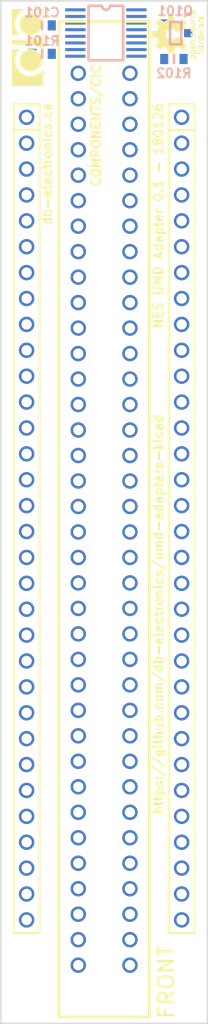
<source format=kicad_pcb>
(kicad_pcb (version 4) (host pcbnew 4.0.7-e2-6376~58~ubuntu16.04.1)

  (general
    (links 0)
    (no_connects 75)
    (area 116.739599 61.951799 137.209601 161.161801)
    (thickness 1.6)
    (drawings 8)
    (tracks 0)
    (zones 0)
    (modules 9)
    (nets 34)
  )

  (page A)
  (title_block
    (title "UMD NES Adapter")
    (date 2018-01-26)
    (rev 0.1)
    (company "db Electronics")
    (comment 1 https://github.com/db-electronics/umd-adapters-kicad)
    (comment 2 "Licensed under CERN OHL v.1.2")
  )

  (layers
    (0 F.Cu signal)
    (31 B.Cu signal)
    (32 B.Adhes user)
    (33 F.Adhes user)
    (34 B.Paste user)
    (35 F.Paste user)
    (36 B.SilkS user)
    (37 F.SilkS user)
    (38 B.Mask user)
    (39 F.Mask user)
    (40 Dwgs.User user)
    (41 Cmts.User user)
    (42 Eco1.User user)
    (43 Eco2.User user)
    (44 Edge.Cuts user)
    (45 Margin user)
    (46 B.CrtYd user)
    (47 F.CrtYd user)
    (48 B.Fab user)
    (49 F.Fab user)
  )

  (setup
    (last_trace_width 0.1778)
    (trace_clearance 0.1778)
    (zone_clearance 0.508)
    (zone_45_only no)
    (trace_min 0.1778)
    (segment_width 0.2)
    (edge_width 0.15)
    (via_size 0.6096)
    (via_drill 0.3048)
    (via_min_size 0.6096)
    (via_min_drill 0.3048)
    (uvia_size 0.3)
    (uvia_drill 0.1)
    (uvias_allowed no)
    (uvia_min_size 0)
    (uvia_min_drill 0)
    (pcb_text_width 0.3)
    (pcb_text_size 1.5 1.5)
    (mod_edge_width 0.15)
    (mod_text_size 0.889 0.889)
    (mod_text_width 0.2032)
    (pad_size 1.524 1.524)
    (pad_drill 0.762)
    (pad_to_mask_clearance 0.2)
    (aux_axis_origin 0 0)
    (grid_origin 119.3546 72.1868)
    (visible_elements FFFFFF7F)
    (pcbplotparams
      (layerselection 0x00030_80000001)
      (usegerberextensions false)
      (excludeedgelayer true)
      (linewidth 0.203200)
      (plotframeref false)
      (viasonmask false)
      (mode 1)
      (useauxorigin false)
      (hpglpennumber 1)
      (hpglpenspeed 20)
      (hpglpendiameter 15)
      (hpglpenoverlay 2)
      (psnegative false)
      (psa4output false)
      (plotreference true)
      (plotvalue true)
      (plotinvisibletext false)
      (padsonsilk false)
      (subtractmaskfromsilk false)
      (outputformat 1)
      (mirror false)
      (drillshape 1)
      (scaleselection 1)
      (outputdirectory ""))
  )

  (net 0 "")
  (net 1 GND)
  (net 2 +5V)
  (net 3 /D3)
  (net 4 /D2)
  (net 5 /D1)
  (net 6 /D0)
  (net 7 /A0)
  (net 8 /A1)
  (net 9 /A2)
  (net 10 /A3)
  (net 11 /A5)
  (net 12 /A6)
  (net 13 /~PWR)
  (net 14 /A4)
  (net 15 /A7)
  (net 16 /A8)
  (net 17 /A9)
  (net 18 /A10)
  (net 19 /A11)
  (net 20 /A12)
  (net 21 /A13)
  (net 22 /A14)
  (net 23 /D7)
  (net 24 /D6)
  (net 25 /D5)
  (net 26 /D4)
  (net 27 /~PCE)
  (net 28 /~ID)
  (net 29 /~RST)
  (net 30 /SCK)
  (net 31 /MISO)
  (net 32 "Net-(Q101-Pad1)")
  (net 33 "Net-(Q101-Pad3)")

  (net_class Default "This is the default net class."
    (clearance 0.1778)
    (trace_width 0.1778)
    (via_dia 0.6096)
    (via_drill 0.3048)
    (uvia_dia 0.3)
    (uvia_drill 0.1)
    (add_net +5V)
    (add_net /A0)
    (add_net /A1)
    (add_net /A10)
    (add_net /A11)
    (add_net /A12)
    (add_net /A13)
    (add_net /A14)
    (add_net /A2)
    (add_net /A3)
    (add_net /A4)
    (add_net /A5)
    (add_net /A6)
    (add_net /A7)
    (add_net /A8)
    (add_net /A9)
    (add_net /D0)
    (add_net /D1)
    (add_net /D2)
    (add_net /D3)
    (add_net /D4)
    (add_net /D5)
    (add_net /D6)
    (add_net /D7)
    (add_net /MISO)
    (add_net /SCK)
    (add_net /~ID)
    (add_net /~PCE)
    (add_net /~PWR)
    (add_net /~RST)
    (add_net GND)
    (add_net "Net-(Q101-Pad1)")
    (add_net "Net-(Q101-Pad3)")
  )

  (net_class Power ""
    (clearance 0.1778)
    (trace_width 0.3048)
    (via_dia 0.6096)
    (via_drill 0.3048)
    (uvia_dia 0.3)
    (uvia_drill 0.1)
  )

  (module db-thparts:UMD-CONN-DIP64 (layer F.Cu) (tedit 5A6B93AD) (tstamp 5A6B9B8C)
    (at 119.3546 72.1868)
    (path /5A6B886F)
    (solder_mask_margin 0.1016)
    (fp_text reference CON102 (at -0.1016 -4.2672 90) (layer F.SilkS) hide
      (effects (font (size 0.889 0.889) (thickness 0.2032)))
    )
    (fp_text value UMD-CONN (at 7.62 -5) (layer F.Fab) hide
      (effects (font (size 1 1) (thickness 0.15)))
    )
    (fp_line (start 13.97 1.27) (end 16.51 1.27) (layer F.SilkS) (width 0.1778))
    (fp_line (start 16.51 -1.27) (end 13.97 -1.27) (layer F.SilkS) (width 0.1778))
    (fp_line (start 16.51 80.01) (end 16.51 -1.27) (layer F.SilkS) (width 0.1778))
    (fp_line (start 13.97 80.01) (end 16.51 80.01) (layer F.SilkS) (width 0.1778))
    (fp_line (start 13.97 -1.27) (end 13.97 80.01) (layer F.SilkS) (width 0.1778))
    (fp_line (start -1.27 1.27) (end 1.27 1.27) (layer F.SilkS) (width 0.1778))
    (fp_line (start 1.27 -1.27) (end 0 -1.27) (layer F.SilkS) (width 0.1778))
    (fp_line (start 1.27 80.01) (end 1.27 -1.27) (layer F.SilkS) (width 0.1778))
    (fp_line (start -1.27 80.01) (end 1.27 80.01) (layer F.SilkS) (width 0.1778))
    (fp_line (start -1.27 -1.27) (end -1.27 80.01) (layer F.SilkS) (width 0.1778))
    (fp_line (start 0 -1.27) (end -1.27 -1.27) (layer F.SilkS) (width 0.1778))
    (pad 1 thru_hole circle (at 0 0) (size 1.524 1.524) (drill 1.016) (layers *.Cu *.Mask))
    (pad 2 thru_hole circle (at 0 2.54) (size 1.524 1.524) (drill 1.016) (layers *.Cu *.Mask))
    (pad 3 thru_hole circle (at 0 5.08) (size 1.524 1.524) (drill 1.016) (layers *.Cu *.Mask))
    (pad 4 thru_hole circle (at 0 7.62) (size 1.524 1.524) (drill 1.016) (layers *.Cu *.Mask))
    (pad 5 thru_hole circle (at 0 10.16) (size 1.524 1.524) (drill 1.016) (layers *.Cu *.Mask))
    (pad 6 thru_hole circle (at 0 12.7) (size 1.524 1.524) (drill 1.016) (layers *.Cu *.Mask))
    (pad 7 thru_hole circle (at 0 15.24) (size 1.524 1.524) (drill 1.016) (layers *.Cu *.Mask))
    (pad 8 thru_hole circle (at 0 17.78) (size 1.524 1.524) (drill 1.016) (layers *.Cu *.Mask))
    (pad 9 thru_hole circle (at 0 20.32) (size 1.524 1.524) (drill 1.016) (layers *.Cu *.Mask)
      (net 27 /~PCE))
    (pad 10 thru_hole circle (at 0 22.86) (size 1.524 1.524) (drill 1.016) (layers *.Cu *.Mask)
      (net 2 +5V))
    (pad 11 thru_hole circle (at 0 25.4) (size 1.524 1.524) (drill 1.016) (layers *.Cu *.Mask))
    (pad 12 thru_hole circle (at 0 27.94) (size 1.524 1.524) (drill 1.016) (layers *.Cu *.Mask))
    (pad 13 thru_hole circle (at 0 30.48) (size 1.524 1.524) (drill 1.016) (layers *.Cu *.Mask))
    (pad 14 thru_hole circle (at 0 33.02) (size 1.524 1.524) (drill 1.016) (layers *.Cu *.Mask)
      (net 22 /A14))
    (pad 15 thru_hole circle (at 0 35.56) (size 1.524 1.524) (drill 1.016) (layers *.Cu *.Mask)
      (net 21 /A13))
    (pad 16 thru_hole circle (at 0 38.1) (size 1.524 1.524) (drill 1.016) (layers *.Cu *.Mask))
    (pad 17 thru_hole circle (at 0 40.64) (size 1.524 1.524) (drill 1.016) (layers *.Cu *.Mask))
    (pad 18 thru_hole circle (at 0 43.18) (size 1.524 1.524) (drill 1.016) (layers *.Cu *.Mask)
      (net 20 /A12))
    (pad 19 thru_hole circle (at 0 45.72) (size 1.524 1.524) (drill 1.016) (layers *.Cu *.Mask)
      (net 15 /A7))
    (pad 20 thru_hole circle (at 0 48.26) (size 1.524 1.524) (drill 1.016) (layers *.Cu *.Mask)
      (net 23 /D7))
    (pad 21 thru_hole circle (at 0 50.8) (size 1.524 1.524) (drill 1.016) (layers *.Cu *.Mask)
      (net 24 /D6))
    (pad 22 thru_hole circle (at 0 53.34) (size 1.524 1.524) (drill 1.016) (layers *.Cu *.Mask)
      (net 12 /A6))
    (pad 23 thru_hole circle (at 0 55.88) (size 1.524 1.524) (drill 1.016) (layers *.Cu *.Mask)
      (net 11 /A5))
    (pad 24 thru_hole circle (at 0 58.42) (size 1.524 1.524) (drill 1.016) (layers *.Cu *.Mask)
      (net 25 /D5))
    (pad 25 thru_hole circle (at 0 60.96) (size 1.524 1.524) (drill 1.016) (layers *.Cu *.Mask)
      (net 26 /D4))
    (pad 26 thru_hole circle (at 0 63.5) (size 1.524 1.524) (drill 1.016) (layers *.Cu *.Mask)
      (net 14 /A4))
    (pad 27 thru_hole circle (at 0 66.04) (size 1.524 1.524) (drill 1.016) (layers *.Cu *.Mask))
    (pad 28 thru_hole circle (at 0 68.58) (size 1.524 1.524) (drill 1.016) (layers *.Cu *.Mask))
    (pad 29 thru_hole circle (at 0 71.12) (size 1.524 1.524) (drill 1.016) (layers *.Cu *.Mask))
    (pad 30 thru_hole circle (at 0 73.66) (size 1.524 1.524) (drill 1.016) (layers *.Cu *.Mask))
    (pad 31 thru_hole circle (at 0 76.2) (size 1.524 1.524) (drill 1.016) (layers *.Cu *.Mask)
      (net 2 +5V))
    (pad 32 thru_hole circle (at 0 78.74) (size 1.524 1.524) (drill 1.016) (layers *.Cu *.Mask)
      (net 1 GND))
    (pad 33 thru_hole circle (at 15.24 78.74) (size 1.524 1.524) (drill 1.016) (layers *.Cu *.Mask)
      (net 1 GND))
    (pad 34 thru_hole circle (at 15.24 76.2) (size 1.524 1.524) (drill 1.016) (layers *.Cu *.Mask)
      (net 2 +5V))
    (pad 35 thru_hole circle (at 15.24 73.66) (size 1.524 1.524) (drill 1.016) (layers *.Cu *.Mask))
    (pad 36 thru_hole circle (at 15.24 71.12) (size 1.524 1.524) (drill 1.016) (layers *.Cu *.Mask))
    (pad 37 thru_hole circle (at 15.24 68.58) (size 1.524 1.524) (drill 1.016) (layers *.Cu *.Mask))
    (pad 38 thru_hole circle (at 15.24 66.04) (size 1.524 1.524) (drill 1.016) (layers *.Cu *.Mask))
    (pad 39 thru_hole circle (at 15.24 63.5) (size 1.524 1.524) (drill 1.016) (layers *.Cu *.Mask)
      (net 10 /A3))
    (pad 40 thru_hole circle (at 15.24 60.96) (size 1.524 1.524) (drill 1.016) (layers *.Cu *.Mask)
      (net 3 /D3))
    (pad 41 thru_hole circle (at 15.24 58.42) (size 1.524 1.524) (drill 1.016) (layers *.Cu *.Mask)
      (net 4 /D2))
    (pad 42 thru_hole circle (at 15.24 55.88) (size 1.524 1.524) (drill 1.016) (layers *.Cu *.Mask)
      (net 9 /A2))
    (pad 43 thru_hole circle (at 15.24 53.34) (size 1.524 1.524) (drill 1.016) (layers *.Cu *.Mask)
      (net 8 /A1))
    (pad 44 thru_hole circle (at 15.24 50.8) (size 1.524 1.524) (drill 1.016) (layers *.Cu *.Mask)
      (net 5 /D1))
    (pad 45 thru_hole circle (at 15.24 48.26) (size 1.524 1.524) (drill 1.016) (layers *.Cu *.Mask)
      (net 6 /D0))
    (pad 46 thru_hole circle (at 15.24 45.72) (size 1.524 1.524) (drill 1.016) (layers *.Cu *.Mask)
      (net 7 /A0))
    (pad 47 thru_hole circle (at 15.24 43.18) (size 1.524 1.524) (drill 1.016) (layers *.Cu *.Mask)
      (net 19 /A11))
    (pad 48 thru_hole circle (at 15.24 40.64) (size 1.524 1.524) (drill 1.016) (layers *.Cu *.Mask))
    (pad 49 thru_hole circle (at 15.24 38.1) (size 1.524 1.524) (drill 1.016) (layers *.Cu *.Mask))
    (pad 50 thru_hole circle (at 15.24 35.56) (size 1.524 1.524) (drill 1.016) (layers *.Cu *.Mask)
      (net 18 /A10))
    (pad 51 thru_hole circle (at 15.24 33.02) (size 1.524 1.524) (drill 1.016) (layers *.Cu *.Mask)
      (net 17 /A9))
    (pad 52 thru_hole circle (at 15.24 30.48) (size 1.524 1.524) (drill 1.016) (layers *.Cu *.Mask))
    (pad 53 thru_hole circle (at 15.24 27.94) (size 1.524 1.524) (drill 1.016) (layers *.Cu *.Mask))
    (pad 54 thru_hole circle (at 15.24 25.4) (size 1.524 1.524) (drill 1.016) (layers *.Cu *.Mask)
      (net 16 /A8))
    (pad 55 thru_hole circle (at 15.24 22.86) (size 1.524 1.524) (drill 1.016) (layers *.Cu *.Mask)
      (net 1 GND))
    (pad 56 thru_hole circle (at 15.24 20.32) (size 1.524 1.524) (drill 1.016) (layers *.Cu *.Mask)
      (net 28 /~ID))
    (pad 57 thru_hole circle (at 15.24 17.78) (size 1.524 1.524) (drill 1.016) (layers *.Cu *.Mask)
      (net 13 /~PWR))
    (pad 58 thru_hole circle (at 15.24 15.24) (size 1.524 1.524) (drill 1.016) (layers *.Cu *.Mask)
      (net 29 /~RST))
    (pad 59 thru_hole circle (at 15.24 12.7) (size 1.524 1.524) (drill 1.016) (layers *.Cu *.Mask))
    (pad 60 thru_hole circle (at 15.24 10.16) (size 1.524 1.524) (drill 1.016) (layers *.Cu *.Mask))
    (pad 61 thru_hole circle (at 15.24 7.62) (size 1.524 1.524) (drill 1.016) (layers *.Cu *.Mask))
    (pad 62 thru_hole circle (at 15.24 5.08) (size 1.524 1.524) (drill 1.016) (layers *.Cu *.Mask)
      (net 30 /SCK))
    (pad 63 thru_hole circle (at 15.24 2.54) (size 1.524 1.524) (drill 1.016) (layers *.Cu *.Mask)
      (net 31 /MISO))
    (pad 64 thru_hole circle (at 15.24 0) (size 1.524 1.524) (drill 1.016) (layers *.Cu *.Mask))
  )

  (module db-smt:0603 (layer B.Cu) (tedit 5AA6C7C1) (tstamp 5ABBEA73)
    (at 120.8786 63.1698)
    (tags 0603)
    (path /5AB1A108)
    (solder_mask_margin 0.1016)
    (attr smd)
    (fp_text reference C101 (at 0 -1.27) (layer B.SilkS)
      (effects (font (size 0.889 0.889) (thickness 0.2032)) (justify mirror))
    )
    (fp_text value 0.1uF/50V (at 0.508 2.54) (layer B.Fab) hide
      (effects (font (size 1 1) (thickness 0.15)) (justify mirror))
    )
    (fp_line (start 0 0.381) (end 0 -0.381) (layer B.SilkS) (width 0.254))
    (pad 1 smd rect (at -0.95 0) (size 0.8 1) (layers B.Cu B.Paste B.Mask)
      (net 1 GND))
    (pad 2 smd rect (at 0.95 0) (size 0.8 1) (layers B.Cu B.Paste B.Mask)
      (net 2 +5V))
    (model Resistors_SMD.3dshapes/R_0603.wrl
      (at (xyz 0 0 0))
      (scale (xyz 1 1 1))
      (rotate (xyz 0 0 0))
    )
  )

  (module db-smt:0603 (layer B.Cu) (tedit 5AA6C7C1) (tstamp 5ABBEA7A)
    (at 120.8786 65.9638)
    (tags 0603)
    (path /5AB24683)
    (solder_mask_margin 0.1016)
    (attr smd)
    (fp_text reference R101 (at 0 -1.27) (layer B.SilkS)
      (effects (font (size 0.889 0.889) (thickness 0.2032)) (justify mirror))
    )
    (fp_text value 10k (at 0.508 2.54) (layer B.Fab) hide
      (effects (font (size 1 1) (thickness 0.15)) (justify mirror))
    )
    (fp_line (start 0 0.381) (end 0 -0.381) (layer B.SilkS) (width 0.254))
    (pad 1 smd rect (at -0.95 0) (size 0.8 1) (layers B.Cu B.Paste B.Mask)
      (net 32 "Net-(Q101-Pad1)"))
    (pad 2 smd rect (at 0.95 0) (size 0.8 1) (layers B.Cu B.Paste B.Mask)
      (net 28 /~ID))
    (model Resistors_SMD.3dshapes/R_0603.wrl
      (at (xyz 0 0 0))
      (scale (xyz 1 1 1))
      (rotate (xyz 0 0 0))
    )
  )

  (module db-smt:0603 (layer B.Cu) (tedit 5AA6C7C1) (tstamp 5ABBEA81)
    (at 133.8326 66.4718 180)
    (tags 0603)
    (path /5AB24953)
    (solder_mask_margin 0.1016)
    (attr smd)
    (fp_text reference R102 (at 0 -1.397 180) (layer B.SilkS)
      (effects (font (size 0.889 0.889) (thickness 0.2032)) (justify mirror))
    )
    (fp_text value 10k (at 0.508 2.54 180) (layer B.Fab) hide
      (effects (font (size 1 1) (thickness 0.15)) (justify mirror))
    )
    (fp_line (start 0 0.381) (end 0 -0.381) (layer B.SilkS) (width 0.254))
    (pad 1 smd rect (at -0.95 0 180) (size 0.8 1) (layers B.Cu B.Paste B.Mask)
      (net 33 "Net-(Q101-Pad3)"))
    (pad 2 smd rect (at 0.95 0 180) (size 0.8 1) (layers B.Cu B.Paste B.Mask)
      (net 2 +5V))
    (model Resistors_SMD.3dshapes/R_0603.wrl
      (at (xyz 0 0 0))
      (scale (xyz 1 1 1))
      (rotate (xyz 0 0 0))
    )
  )

  (module db-smt:TSSOP-16 (layer B.Cu) (tedit 5ABBED3F) (tstamp 5ABBEA9B)
    (at 130.1496 61.6458 180)
    (path /5AB17DEA)
    (solder_mask_margin 0.1)
    (fp_text reference U101 (at 2.667 1.24 180) (layer B.SilkS) hide
      (effects (font (size 0.889 0.889) (thickness 0.2032)) (justify mirror))
    )
    (fp_text value MC74HC589ADTR2G (at 4 2.7 180) (layer B.Fab) hide
      (effects (font (size 0.889 0.889) (thickness 0.1778)) (justify mirror))
    )
    (fp_line (start 2.6 0.4) (end 1.3 0.4) (layer B.SilkS) (width 0.254))
    (fp_line (start 4.7 0.4) (end 3.4 0.4) (layer B.SilkS) (width 0.254))
    (fp_arc (start 3 0.4) (end 3.4 0.4) (angle -180) (layer B.SilkS) (width 0.254))
    (fp_line (start 4.7 -4.95) (end 4.7 0.4) (layer B.SilkS) (width 0.254))
    (fp_line (start 1.3 -4.95) (end 4.7 -4.95) (layer B.SilkS) (width 0.254))
    (fp_line (start 1.3 0.4) (end 1.3 -4.95) (layer B.SilkS) (width 0.254))
    (pad 1 smd rect (at 0 0 180) (size 2 0.3) (layers B.Cu B.Paste B.Mask)
      (net 1 GND))
    (pad 2 smd rect (at 0 -0.65 180) (size 2 0.3) (layers B.Cu B.Paste B.Mask)
      (net 1 GND))
    (pad 3 smd rect (at 0 -1.3 180) (size 2 0.3) (layers B.Cu B.Paste B.Mask)
      (net 1 GND))
    (pad 4 smd rect (at 0 -1.95 180) (size 2 0.3) (layers B.Cu B.Paste B.Mask)
      (net 1 GND))
    (pad 5 smd rect (at 0 -2.6 180) (size 2 0.3) (layers B.Cu B.Paste B.Mask)
      (net 1 GND))
    (pad 6 smd rect (at 0 -3.25 180) (size 2 0.3) (layers B.Cu B.Paste B.Mask)
      (net 1 GND))
    (pad 7 smd rect (at 0 -3.9 180) (size 2 0.3) (layers B.Cu B.Paste B.Mask)
      (net 2 +5V))
    (pad 8 smd rect (at 0 -4.55 180) (size 2 0.3) (layers B.Cu B.Paste B.Mask)
      (net 1 GND))
    (pad 9 smd rect (at 6 -4.55 180) (size 2 0.3) (layers B.Cu B.Paste B.Mask)
      (net 31 /MISO))
    (pad 10 smd rect (at 6 -3.9 180) (size 2 0.3) (layers B.Cu B.Paste B.Mask)
      (net 28 /~ID))
    (pad 11 smd rect (at 6 -3.25 180) (size 2 0.3) (layers B.Cu B.Paste B.Mask)
      (net 30 /SCK))
    (pad 12 smd rect (at 6 -2.6 180) (size 2 0.3) (layers B.Cu B.Paste B.Mask)
      (net 29 /~RST))
    (pad 13 smd rect (at 6 -1.95 180) (size 2 0.3) (layers B.Cu B.Paste B.Mask)
      (net 33 "Net-(Q101-Pad3)"))
    (pad 14 smd rect (at 6 -1.3 180) (size 2 0.3) (layers B.Cu B.Paste B.Mask)
      (net 2 +5V))
    (pad 15 smd rect (at 6 -0.65 180) (size 2 0.3) (layers B.Cu B.Paste B.Mask)
      (net 1 GND))
    (pad 16 smd rect (at 6 0 180) (size 2 0.3) (layers B.Cu B.Paste B.Mask)
      (net 2 +5V))
  )

  (module db-thparts:NES-CONN (layer F.Cu) (tedit 5ABBECB5) (tstamp 5A6B9B3D)
    (at 124.4346 67.8688)
    (path /5A6B7D53)
    (solder_mask_margin 0.1016)
    (fp_text reference CON101 (at -0.2286 -5.8166) (layer F.SilkS) hide
      (effects (font (size 0.889 0.889) (thickness 0.2032)))
    )
    (fp_text value NES-CONN (at 1.524 -7.0612) (layer F.Fab) hide
      (effects (font (size 0.889 0.889) (thickness 0.2032)))
    )
    (fp_text user COMPONENTS/CIC (at 1.7526 5.1308 90) (layer F.SilkS)
      (effects (font (size 0.889 0.889) (thickness 0.2032)))
    )
    (fp_line (start -1.905 92.583) (end 6.985 92.583) (layer F.SilkS) (width 0.254))
    (fp_line (start -1.905 -5.08) (end -1.905 92.583) (layer F.SilkS) (width 0.254))
    (fp_line (start 6.985 -5.08) (end 6.985 92.583) (layer F.SilkS) (width 0.254))
    (fp_line (start -1.905 -5.08) (end 6.985 -5.08) (layer F.SilkS) (width 0.254))
    (pad 36 thru_hole circle (at 0 0) (size 1.524 1.524) (drill 1.016) (layers *.Cu *.Mask)
      (net 2 +5V))
    (pad 35 thru_hole circle (at 0 2.5) (size 1.524 1.524) (drill 1.016) (layers *.Cu *.Mask))
    (pad 34 thru_hole circle (at 0 5) (size 1.524 1.524) (drill 1.016) (layers *.Cu *.Mask))
    (pad 33 thru_hole circle (at 0 7.5) (size 1.524 1.524) (drill 1.016) (layers *.Cu *.Mask)
      (net 3 /D3))
    (pad 32 thru_hole circle (at 0 10) (size 1.524 1.524) (drill 1.016) (layers *.Cu *.Mask)
      (net 4 /D2))
    (pad 31 thru_hole circle (at 0 12.5) (size 1.524 1.524) (drill 1.016) (layers *.Cu *.Mask)
      (net 5 /D1))
    (pad 30 thru_hole circle (at 0 15) (size 1.524 1.524) (drill 1.016) (layers *.Cu *.Mask)
      (net 6 /D0))
    (pad 29 thru_hole circle (at 0 17.5) (size 1.524 1.524) (drill 1.016) (layers *.Cu *.Mask)
      (net 7 /A0))
    (pad 28 thru_hole circle (at 0 20) (size 1.524 1.524) (drill 1.016) (layers *.Cu *.Mask)
      (net 8 /A1))
    (pad 27 thru_hole circle (at 0 22.5) (size 1.524 1.524) (drill 1.016) (layers *.Cu *.Mask)
      (net 9 /A2))
    (pad 26 thru_hole circle (at 0 25) (size 1.524 1.524) (drill 1.016) (layers *.Cu *.Mask)
      (net 10 /A3))
    (pad 25 thru_hole circle (at 0 27.5) (size 1.524 1.524) (drill 1.016) (layers *.Cu *.Mask)
      (net 14 /A4))
    (pad 24 thru_hole circle (at 0 30) (size 1.524 1.524) (drill 1.016) (layers *.Cu *.Mask)
      (net 11 /A5))
    (pad 23 thru_hole circle (at 0 32.5) (size 1.524 1.524) (drill 1.016) (layers *.Cu *.Mask)
      (net 12 /A6))
    (pad 22 thru_hole circle (at 0 35) (size 1.524 1.524) (drill 1.016) (layers *.Cu *.Mask))
    (pad 21 thru_hole circle (at 0 37.5) (size 1.524 1.524) (drill 1.016) (layers *.Cu *.Mask))
    (pad 20 thru_hole circle (at 0 40) (size 1.524 1.524) (drill 1.016) (layers *.Cu *.Mask))
    (pad 19 thru_hole circle (at 0 42.5) (size 1.524 1.524) (drill 1.016) (layers *.Cu *.Mask))
    (pad 18 thru_hole circle (at 0 45) (size 1.524 1.524) (drill 1.016) (layers *.Cu *.Mask))
    (pad 17 thru_hole circle (at 0 47.5) (size 1.524 1.524) (drill 1.016) (layers *.Cu *.Mask))
    (pad 16 thru_hole circle (at 0 50) (size 1.524 1.524) (drill 1.016) (layers *.Cu *.Mask))
    (pad 15 thru_hole circle (at 0 52.5) (size 1.524 1.524) (drill 1.016) (layers *.Cu *.Mask))
    (pad 14 thru_hole circle (at 0 55) (size 1.524 1.524) (drill 1.016) (layers *.Cu *.Mask)
      (net 13 /~PWR))
    (pad 13 thru_hole circle (at 0 57.5) (size 1.524 1.524) (drill 1.016) (layers *.Cu *.Mask)
      (net 7 /A0))
    (pad 12 thru_hole circle (at 0 60) (size 1.524 1.524) (drill 1.016) (layers *.Cu *.Mask)
      (net 8 /A1))
    (pad 11 thru_hole circle (at 0 62.5) (size 1.524 1.524) (drill 1.016) (layers *.Cu *.Mask)
      (net 9 /A2))
    (pad 10 thru_hole circle (at 0 65) (size 1.524 1.524) (drill 1.016) (layers *.Cu *.Mask)
      (net 10 /A3))
    (pad 9 thru_hole circle (at 0 67.5) (size 1.524 1.524) (drill 1.016) (layers *.Cu *.Mask)
      (net 14 /A4))
    (pad 8 thru_hole circle (at 0 70) (size 1.524 1.524) (drill 1.016) (layers *.Cu *.Mask)
      (net 11 /A5))
    (pad 7 thru_hole circle (at 0 72.5) (size 1.524 1.524) (drill 1.016) (layers *.Cu *.Mask)
      (net 12 /A6))
    (pad 6 thru_hole circle (at 0 75) (size 1.524 1.524) (drill 1.016) (layers *.Cu *.Mask)
      (net 15 /A7))
    (pad 5 thru_hole circle (at 0 77.5) (size 1.524 1.524) (drill 1.016) (layers *.Cu *.Mask)
      (net 16 /A8))
    (pad 4 thru_hole circle (at 0 80) (size 1.524 1.524) (drill 1.016) (layers *.Cu *.Mask)
      (net 17 /A9))
    (pad 3 thru_hole circle (at 0 82.5) (size 1.524 1.524) (drill 1.016) (layers *.Cu *.Mask)
      (net 18 /A10))
    (pad 2 thru_hole circle (at 0 85) (size 1.524 1.524) (drill 1.016) (layers *.Cu *.Mask)
      (net 19 /A11))
    (pad 1 thru_hole circle (at 0 87.5) (size 1.524 1.524) (drill 1.016) (layers *.Cu *.Mask)
      (net 1 GND))
    (pad 37 thru_hole circle (at 5.08 87.5) (size 1.524 1.524) (drill 1.016) (layers *.Cu *.Mask))
    (pad 38 thru_hole circle (at 5.08 85) (size 1.524 1.524) (drill 1.016) (layers *.Cu *.Mask))
    (pad 39 thru_hole circle (at 5.08 82.5) (size 1.524 1.524) (drill 1.016) (layers *.Cu *.Mask)
      (net 20 /A12))
    (pad 40 thru_hole circle (at 5.08 80) (size 1.524 1.524) (drill 1.016) (layers *.Cu *.Mask)
      (net 21 /A13))
    (pad 41 thru_hole circle (at 5.08 77.5) (size 1.524 1.524) (drill 1.016) (layers *.Cu *.Mask)
      (net 22 /A14))
    (pad 42 thru_hole circle (at 5.08 75) (size 1.524 1.524) (drill 1.016) (layers *.Cu *.Mask)
      (net 23 /D7))
    (pad 43 thru_hole circle (at 5.08 72.5) (size 1.524 1.524) (drill 1.016) (layers *.Cu *.Mask)
      (net 24 /D6))
    (pad 44 thru_hole circle (at 5.08 70) (size 1.524 1.524) (drill 1.016) (layers *.Cu *.Mask)
      (net 25 /D5))
    (pad 45 thru_hole circle (at 5.08 67.5) (size 1.524 1.524) (drill 1.016) (layers *.Cu *.Mask)
      (net 26 /D4))
    (pad 46 thru_hole circle (at 5.08 65) (size 1.524 1.524) (drill 1.016) (layers *.Cu *.Mask)
      (net 3 /D3))
    (pad 47 thru_hole circle (at 5.08 62.5) (size 1.524 1.524) (drill 1.016) (layers *.Cu *.Mask)
      (net 4 /D2))
    (pad 48 thru_hole circle (at 5.08 60) (size 1.524 1.524) (drill 1.016) (layers *.Cu *.Mask)
      (net 5 /D1))
    (pad 49 thru_hole circle (at 5.08 57.5) (size 1.524 1.524) (drill 1.016) (layers *.Cu *.Mask)
      (net 6 /D0))
    (pad 50 thru_hole circle (at 5.08 55) (size 1.524 1.524) (drill 1.016) (layers *.Cu *.Mask)
      (net 27 /~PCE))
    (pad 51 thru_hole circle (at 5.08 52.5) (size 1.524 1.524) (drill 1.016) (layers *.Cu *.Mask))
    (pad 52 thru_hole circle (at 5.08 50) (size 1.524 1.524) (drill 1.016) (layers *.Cu *.Mask))
    (pad 53 thru_hole circle (at 5.08 47.5) (size 1.524 1.524) (drill 1.016) (layers *.Cu *.Mask))
    (pad 54 thru_hole circle (at 5.08 45) (size 1.524 1.524) (drill 1.016) (layers *.Cu *.Mask))
    (pad 55 thru_hole circle (at 5.08 42.5) (size 1.524 1.524) (drill 1.016) (layers *.Cu *.Mask))
    (pad 56 thru_hole circle (at 5.08 40) (size 1.524 1.524) (drill 1.016) (layers *.Cu *.Mask))
    (pad 57 thru_hole circle (at 5.08 37.5) (size 1.524 1.524) (drill 1.016) (layers *.Cu *.Mask))
    (pad 58 thru_hole circle (at 5.08 35) (size 1.524 1.524) (drill 1.016) (layers *.Cu *.Mask))
    (pad 59 thru_hole circle (at 5.08 32.5) (size 1.524 1.524) (drill 1.016) (layers *.Cu *.Mask)
      (net 15 /A7))
    (pad 60 thru_hole circle (at 5.08 30) (size 1.524 1.524) (drill 1.016) (layers *.Cu *.Mask)
      (net 16 /A8))
    (pad 61 thru_hole circle (at 5.08 27.5) (size 1.524 1.524) (drill 1.016) (layers *.Cu *.Mask)
      (net 17 /A9))
    (pad 62 thru_hole circle (at 5.08 25) (size 1.524 1.524) (drill 1.016) (layers *.Cu *.Mask)
      (net 19 /A11))
    (pad 63 thru_hole circle (at 5.08 22.5) (size 1.524 1.524) (drill 1.016) (layers *.Cu *.Mask)
      (net 18 /A10))
    (pad 64 thru_hole circle (at 5.08 20) (size 1.524 1.524) (drill 1.016) (layers *.Cu *.Mask)
      (net 20 /A12))
    (pad 65 thru_hole circle (at 5.08 17.5) (size 1.524 1.524) (drill 1.016) (layers *.Cu *.Mask))
    (pad 66 thru_hole circle (at 5.08 15) (size 1.524 1.524) (drill 1.016) (layers *.Cu *.Mask)
      (net 23 /D7))
    (pad 67 thru_hole circle (at 5.08 12.5) (size 1.524 1.524) (drill 1.016) (layers *.Cu *.Mask)
      (net 24 /D6))
    (pad 68 thru_hole circle (at 5.08 10) (size 1.524 1.524) (drill 1.016) (layers *.Cu *.Mask)
      (net 25 /D5))
    (pad 69 thru_hole circle (at 5.08 7.5) (size 1.524 1.524) (drill 1.016) (layers *.Cu *.Mask)
      (net 26 /D4))
    (pad 70 thru_hole circle (at 5.08 5) (size 1.524 1.524) (drill 1.016) (layers *.Cu *.Mask))
    (pad 71 thru_hole circle (at 5.08 2.5) (size 1.524 1.524) (drill 1.016) (layers *.Cu *.Mask))
    (pad 72 thru_hole circle (at 5.08 0) (size 1.524 1.524) (drill 1.016) (layers *.Cu *.Mask)
      (net 1 GND))
  )

  (module db-smt:SOT23 (layer B.Cu) (tedit 5A6BE25D) (tstamp 5ABBF096)
    (at 134.0136 63.9318 90)
    (descr SOT23)
    (path /5ABBF00A)
    (solder_mask_margin 0.1016)
    (attr smd)
    (fp_text reference Q101 (at 2.159 -0.054 180) (layer B.SilkS)
      (effects (font (size 0.889 0.889) (thickness 0.2032)) (justify mirror))
    )
    (fp_text value SMMBT3904LT1G (at 1.27 -2.54 90) (layer B.Fab) hide
      (effects (font (size 1 1) (thickness 0.15)) (justify mirror))
    )
    (fp_line (start -1.1 0.55) (end -1.1 -0.55) (layer B.SilkS) (width 0.254))
    (fp_line (start -1.1 -0.55) (end 1.1 -0.55) (layer B.SilkS) (width 0.254))
    (fp_line (start 1.1 -0.55) (end 1.1 0.55) (layer B.SilkS) (width 0.254))
    (fp_line (start 1.1 0.55) (end -1.05 0.55) (layer B.SilkS) (width 0.254))
    (fp_line (start -1.05 0.55) (end -1.1 0.55) (layer B.SilkS) (width 0.15))
    (pad 1 smd rect (at -0.95 -1.216 90) (size 0.8 0.8) (layers B.Cu B.Paste B.Mask)
      (net 32 "Net-(Q101-Pad1)"))
    (pad 2 smd rect (at 0.95 -1.216 90) (size 0.8 0.8) (layers B.Cu B.Paste B.Mask)
      (net 1 GND))
    (pad 3 smd rect (at 0 1.216 90) (size 0.8 0.8) (layers B.Cu B.Paste B.Mask)
      (net 33 "Net-(Q101-Pad3)"))
    (model Transistors_SMD.3dshapes/sc70.wrl
      (at (xyz 0 0 0))
      (scale (xyz 1 1 1))
      (rotate (xyz 0 0 0))
    )
  )

  (module db-artwork:db-logo_7.5mm (layer F.Cu) (tedit 0) (tstamp 5ABBFDF2)
    (at 119.4816 65.3288 90)
    (fp_text reference G*** (at 0 0 90) (layer F.SilkS) hide
      (effects (font (thickness 0.3)))
    )
    (fp_text value LOGO (at 0.75 0 90) (layer F.SilkS) hide
      (effects (font (thickness 0.3)))
    )
    (fp_poly (pts (xy -1.986796 -1.564919) (xy -0.176508 -1.562746) (xy -0.174265 -1.186051) (xy -0.173907 -1.107381)
      (xy -0.173788 -1.03428) (xy -0.173895 -0.968491) (xy -0.174215 -0.911756) (xy -0.174736 -0.865819)
      (xy -0.175445 -0.832421) (xy -0.176328 -0.813307) (xy -0.177028 -0.809356) (xy -0.185216 -0.814732)
      (xy -0.203022 -0.829151) (xy -0.227343 -0.85005) (xy -0.24158 -0.862669) (xy -0.352584 -0.951996)
      (xy -0.475603 -1.032899) (xy -0.606747 -1.103299) (xy -0.742125 -1.161115) (xy -0.877849 -1.204268)
      (xy -0.882823 -1.205555) (xy -0.990833 -1.228202) (xy -1.10705 -1.243532) (xy -1.226221 -1.251272)
      (xy -1.343089 -1.251153) (xy -1.452401 -1.242903) (xy -1.493864 -1.237099) (xy -1.65457 -1.202771)
      (xy -1.808228 -1.15337) (xy -1.954018 -1.089643) (xy -2.091116 -1.012333) (xy -2.218701 -0.922187)
      (xy -2.335951 -0.81995) (xy -2.442044 -0.706368) (xy -2.536157 -0.582185) (xy -2.61747 -0.448147)
      (xy -2.685159 -0.305) (xy -2.738403 -0.153489) (xy -2.754695 -0.093804) (xy -2.772386 -0.01705)
      (xy -2.784965 0.054519) (xy -2.792918 0.125906) (xy -2.796734 0.202111) (xy -2.796902 0.288136)
      (xy -2.795977 0.329263) (xy -2.788278 0.45976) (xy -2.772206 0.579069) (xy -2.746659 0.691611)
      (xy -2.710534 0.801809) (xy -2.662729 0.914085) (xy -2.637043 0.9666) (xy -2.560425 1.102283)
      (xy -2.473934 1.22547) (xy -2.375576 1.338595) (xy -2.263359 1.444092) (xy -2.210097 1.487916)
      (xy -2.142804 1.54122) (xy -3.797084 1.54122) (xy -3.797084 -1.567091) (xy -1.986796 -1.564919)) (layer F.SilkS) (width 0.01))
    (fp_poly (pts (xy 0.740475 -0.616678) (xy 0.7405 -0.459865) (xy 0.740597 -0.319208) (xy 0.740797 -0.193639)
      (xy 0.741131 -0.082094) (xy 0.74163 0.016493) (xy 0.742326 0.103187) (xy 0.74325 0.179054)
      (xy 0.744434 0.245159) (xy 0.745909 0.302569) (xy 0.747705 0.352348) (xy 0.749855 0.395562)
      (xy 0.75239 0.433277) (xy 0.75534 0.466558) (xy 0.758738 0.496471) (xy 0.762615 0.524081)
      (xy 0.767001 0.550454) (xy 0.771929 0.576655) (xy 0.776162 0.597626) (xy 0.808071 0.720723)
      (xy 0.852772 0.846031) (xy 0.908262 0.969321) (xy 0.972537 1.086363) (xy 1.043594 1.192926)
      (xy 1.080616 1.240442) (xy 1.116159 1.281047) (xy 1.160259 1.327628) (xy 1.208455 1.375771)
      (xy 1.256285 1.421063) (xy 1.29929 1.459091) (xy 1.313051 1.47041) (xy 1.341611 1.4934)
      (xy 1.366071 1.513323) (xy 1.382514 1.52698) (xy 1.38593 1.529937) (xy 1.385551 1.53179)
      (xy 1.379458 1.533437) (xy 1.366783 1.53489) (xy 1.346657 1.53616) (xy 1.318214 1.537257)
      (xy 1.280584 1.538193) (xy 1.232901 1.53898) (xy 1.174296 1.539627) (xy 1.103902 1.540147)
      (xy 1.020851 1.54055) (xy 0.924275 1.540847) (xy 0.813306 1.541051) (xy 0.687076 1.54117)
      (xy 0.544718 1.541218) (xy 0.505252 1.54122) (xy -0.388034 1.54122) (xy -0.30236 1.472307)
      (xy -0.182755 1.365154) (xy -0.075264 1.246242) (xy 0.019268 1.11683) (xy 0.099995 0.978182)
      (xy 0.166073 0.831558) (xy 0.206973 0.712218) (xy 0.214978 0.685563) (xy 0.222158 0.661645)
      (xy 0.228563 0.639433) (xy 0.23424 0.6179) (xy 0.239239 0.596016) (xy 0.243608 0.572753)
      (xy 0.247397 0.547081) (xy 0.250655 0.517972) (xy 0.25343 0.484396) (xy 0.255772 0.445326)
      (xy 0.257728 0.399731) (xy 0.259349 0.346584) (xy 0.260682 0.284854) (xy 0.261777 0.213514)
      (xy 0.262683 0.131535) (xy 0.263449 0.037887) (xy 0.264123 -0.068458) (xy 0.264754 -0.18853)
      (xy 0.265392 -0.323356) (xy 0.266084 -0.473967) (xy 0.266384 -0.538136) (xy 0.271221 -1.562746)
      (xy 0.740475 -1.567328) (xy 0.740475 -0.616678)) (layer F.SilkS) (width 0.01))
    (fp_poly (pts (xy 3.757476 0.723184) (xy 3.75868 0.747021) (xy 3.759771 0.784754) (xy 3.760725 0.83472)
      (xy 3.761516 0.895257) (xy 3.762116 0.964701) (xy 3.762501 1.041391) (xy 3.762644 1.123665)
      (xy 3.762644 1.54122) (xy 3.461288 1.54122) (xy 3.391189 1.54114) (xy 3.326865 1.540912)
      (xy 3.270265 1.540556) (xy 3.223337 1.54009) (xy 3.188029 1.539532) (xy 3.166291 1.538903)
      (xy 3.159932 1.538308) (xy 3.166291 1.532168) (xy 3.183456 1.517898) (xy 3.208563 1.497837)
      (xy 3.229703 1.481314) (xy 3.334247 1.391147) (xy 3.432199 1.288664) (xy 3.521537 1.176688)
      (xy 3.600238 1.058041) (xy 3.666277 0.935547) (xy 3.717631 0.812028) (xy 3.725048 0.790243)
      (xy 3.736507 0.757352) (xy 3.746667 0.731724) (xy 3.754013 0.717018) (xy 3.756187 0.714904)
      (xy 3.757476 0.723184)) (layer F.SilkS) (width 0.01))
    (fp_poly (pts (xy -1.147395 -0.803944) (xy -1.020205 -0.782443) (xy -0.897654 -0.746492) (xy -0.780832 -0.696782)
      (xy -0.670831 -0.634005) (xy -0.56874 -0.558852) (xy -0.475652 -0.472016) (xy -0.392656 -0.374189)
      (xy -0.320845 -0.266062) (xy -0.261308 -0.148327) (xy -0.215136 -0.021676) (xy -0.188455 0.086102)
      (xy -0.182362 0.13053) (xy -0.178566 0.187235) (xy -0.177015 0.251434) (xy -0.177657 0.318343)
      (xy -0.180439 0.38318) (xy -0.185309 0.441163) (xy -0.192214 0.487508) (xy -0.192898 0.49078)
      (xy -0.230777 0.62666) (xy -0.284347 0.756275) (xy -0.352935 0.878037) (xy -0.36443 0.895457)
      (xy -0.399661 0.942287) (xy -0.445164 0.994664) (xy -0.496947 1.048609) (xy -0.551017 1.100139)
      (xy -0.603383 1.145274) (xy -0.649266 1.179508) (xy -0.766511 1.247912) (xy -0.890454 1.301484)
      (xy -1.019236 1.339805) (xy -1.150999 1.362455) (xy -1.283886 1.369016) (xy -1.416038 1.359067)
      (xy -1.433593 1.356457) (xy -1.527842 1.337717) (xy -1.616207 1.311364) (xy -1.705811 1.27512)
      (xy -1.743559 1.257361) (xy -1.861062 1.191109) (xy -1.966944 1.113195) (xy -2.06088 1.024901)
      (xy -2.142546 0.92751) (xy -2.211615 0.822307) (xy -2.267763 0.710574) (xy -2.310665 0.593594)
      (xy -2.339995 0.472652) (xy -2.355429 0.34903) (xy -2.356642 0.224011) (xy -2.343307 0.098879)
      (xy -2.315102 -0.025082) (xy -2.271699 -0.14659) (xy -2.212774 -0.264362) (xy -2.15259 -0.357322)
      (xy -2.071526 -0.456049) (xy -1.977971 -0.545643) (xy -1.874347 -0.624438) (xy -1.763075 -0.690769)
      (xy -1.646575 -0.74297) (xy -1.545889 -0.774822) (xy -1.411328 -0.800825) (xy -1.278133 -0.810302)
      (xy -1.147395 -0.803944)) (layer F.SilkS) (width 0.01))
    (fp_poly (pts (xy 2.33831 -0.804099) (xy 2.385779 -0.803057) (xy 2.423564 -0.800999) (xy 2.455428 -0.797611)
      (xy 2.485139 -0.792582) (xy 2.516461 -0.785597) (xy 2.52278 -0.784054) (xy 2.606119 -0.761042)
      (xy 2.680428 -0.734613) (xy 2.753896 -0.701673) (xy 2.791455 -0.682542) (xy 2.90587 -0.612843)
      (xy 3.009759 -0.530206) (xy 3.102247 -0.435955) (xy 3.182458 -0.331417) (xy 3.249516 -0.217916)
      (xy 3.302545 -0.096777) (xy 3.340668 0.030675) (xy 3.363011 0.163115) (xy 3.365099 0.185118)
      (xy 3.368258 0.320962) (xy 3.355016 0.454169) (xy 3.326002 0.583426) (xy 3.281845 0.70742)
      (xy 3.223172 0.824839) (xy 3.150614 0.934368) (xy 3.064798 1.034696) (xy 2.966353 1.124508)
      (xy 2.887925 1.181978) (xy 2.779906 1.246609) (xy 2.670798 1.2966) (xy 2.555594 1.33408)
      (xy 2.496949 1.34819) (xy 2.466507 1.353062) (xy 2.424391 1.357498) (xy 2.374767 1.3613)
      (xy 2.321796 1.364271) (xy 2.269642 1.366212) (xy 2.222469 1.366927) (xy 2.184439 1.366217)
      (xy 2.161153 1.364143) (xy 2.141777 1.36095) (xy 2.111964 1.356122) (xy 2.079356 1.350894)
      (xy 1.970166 1.325786) (xy 1.859608 1.285879) (xy 1.751068 1.232923) (xy 1.647934 1.168669)
      (xy 1.553592 1.09487) (xy 1.514948 1.059051) (xy 1.423124 0.957671) (xy 1.345994 0.847684)
      (xy 1.283241 0.728526) (xy 1.234549 0.599636) (xy 1.21385 0.52522) (xy 1.2036 0.471039)
      (xy 1.19591 0.405212) (xy 1.191017 0.33316) (xy 1.189164 0.260301) (xy 1.190588 0.192053)
      (xy 1.195531 0.133836) (xy 1.196277 0.128432) (xy 1.22421 -0.007295) (xy 1.267609 -0.135709)
      (xy 1.326232 -0.256317) (xy 1.39984 -0.36863) (xy 1.488194 -0.472158) (xy 1.491585 -0.475651)
      (xy 1.590058 -0.566497) (xy 1.694215 -0.642198) (xy 1.806183 -0.703977) (xy 1.928086 -0.753058)
      (xy 2.021437 -0.780767) (xy 2.05554 -0.789271) (xy 2.084829 -0.795478) (xy 2.113116 -0.799743)
      (xy 2.144211 -0.802416) (xy 2.181926 -0.80385) (xy 2.230072 -0.804398) (xy 2.27739 -0.804436)
      (xy 2.33831 -0.804099)) (layer F.SilkS) (width 0.01))
    (fp_poly (pts (xy 3.762644 -0.861017) (xy 3.76259 -0.75242) (xy 3.762432 -0.648923) (xy 3.762179 -0.551799)
      (xy 3.76184 -0.46232) (xy 3.761421 -0.38176) (xy 3.760933 -0.311391) (xy 3.760382 -0.252488)
      (xy 3.759777 -0.206321) (xy 3.759127 -0.174166) (xy 3.75844 -0.157294) (xy 3.758069 -0.154983)
      (xy 3.751478 -0.161684) (xy 3.74971 -0.165746) (xy 3.729331 -0.223164) (xy 3.712993 -0.267768)
      (xy 3.699328 -0.303094) (xy 3.686967 -0.332677) (xy 3.674541 -0.360051) (xy 3.674284 -0.360597)
      (xy 3.600053 -0.499959) (xy 3.513126 -0.630689) (xy 3.415096 -0.750687) (xy 3.307559 -0.857854)
      (xy 3.27617 -0.8851) (xy 3.14623 -0.984204) (xy 3.010591 -1.067462) (xy 2.868441 -1.135205)
      (xy 2.718971 -1.187765) (xy 2.561371 -1.225474) (xy 2.394833 -1.248665) (xy 2.388262 -1.24927)
      (xy 2.245841 -1.253965) (xy 2.099867 -1.243272) (xy 1.952947 -1.21788) (xy 1.80769 -1.178481)
      (xy 1.666705 -1.125765) (xy 1.5326 -1.060423) (xy 1.423418 -0.993749) (xy 1.384032 -0.966022)
      (xy 1.341373 -0.93422) (xy 1.299335 -0.901413) (xy 1.26181 -0.870674) (xy 1.232692 -0.845076)
      (xy 1.222644 -0.835311) (xy 1.214471 -0.826791) (xy 1.207703 -0.820488) (xy 1.202207 -0.817753)
      (xy 1.197852 -0.819936) (xy 1.194506 -0.828389) (xy 1.192035 -0.844463) (xy 1.190308 -0.869508)
      (xy 1.189193 -0.904874) (xy 1.188557 -0.951915) (xy 1.188268 -1.011979) (xy 1.188195 -1.086417)
      (xy 1.188203 -1.176582) (xy 1.188204 -1.187149) (xy 1.188204 -1.567051) (xy 3.762644 -1.567051)
      (xy 3.762644 -0.861017)) (layer F.SilkS) (width 0.01))
  )

  (module db-artwork:oshw-logo_5mm (layer F.Cu) (tedit 0) (tstamp 5ABC02F1)
    (at 134.2136 64.0588 90)
    (fp_text reference G*** (at 0 0 90) (layer F.SilkS) hide
      (effects (font (thickness 0.3)))
    )
    (fp_text value LOGO (at 0.75 0 90) (layer F.SilkS) hide
      (effects (font (thickness 0.3)))
    )
    (fp_poly (pts (xy -1.648813 1.254565) (xy -1.573372 1.289866) (xy -1.531909 1.360091) (xy -1.516601 1.473643)
      (xy -1.515937 1.514452) (xy -1.519939 1.61309) (xy -1.535865 1.674576) (xy -1.569598 1.717877)
      (xy -1.582414 1.728825) (xy -1.669289 1.769126) (xy -1.727557 1.766922) (xy -1.772671 1.760329)
      (xy -1.796063 1.772242) (xy -1.804869 1.815185) (xy -1.806223 1.901681) (xy -1.806223 1.905)
      (xy -1.80498 1.992961) (xy -1.796494 2.037001) (xy -1.77363 2.049645) (xy -1.729254 2.043417)
      (xy -1.727557 2.043077) (xy -1.635508 2.049731) (xy -1.581383 2.082009) (xy -1.545935 2.117081)
      (xy -1.525282 2.161056) (xy -1.515324 2.229479) (xy -1.511958 2.337894) (xy -1.511882 2.345392)
      (xy -1.512124 2.452745) (xy -1.51769 2.516115) (xy -1.532019 2.547933) (xy -1.558548 2.560628)
      (xy -1.572059 2.562955) (xy -1.605087 2.563511) (xy -1.624631 2.5456) (xy -1.635214 2.497465)
      (xy -1.641357 2.407351) (xy -1.642615 2.37951) (xy -1.648289 2.277949) (xy -1.657578 2.220375)
      (xy -1.675589 2.194348) (xy -1.707428 2.187431) (xy -1.721556 2.187222) (xy -1.759107 2.190658)
      (xy -1.781054 2.209296) (xy -1.792571 2.255632) (xy -1.798833 2.342159) (xy -1.800457 2.377722)
      (xy -1.806911 2.479964) (xy -1.81763 2.537774) (xy -1.836527 2.563162) (xy -1.862548 2.568222)
      (xy -1.893782 2.559997) (xy -1.911847 2.526827) (xy -1.921629 2.455966) (xy -1.924759 2.405944)
      (xy -1.927109 2.323) (xy -1.928216 2.19697) (xy -1.928075 2.041195) (xy -1.926683 1.86902)
      (xy -1.924958 1.745626) (xy -1.920494 1.47658) (xy -1.800988 1.47658) (xy -1.795739 1.567532)
      (xy -1.768428 1.635572) (xy -1.72571 1.664908) (xy -1.721556 1.665111) (xy -1.687596 1.645997)
      (xy -1.666746 1.624747) (xy -1.646915 1.571421) (xy -1.641211 1.492069) (xy -1.642124 1.47658)
      (xy -1.652953 1.405533) (xy -1.677377 1.374933) (xy -1.721556 1.368777) (xy -1.768682 1.376385)
      (xy -1.791465 1.409852) (xy -1.800988 1.47658) (xy -1.920494 1.47658) (xy -1.916693 1.247586)
      (xy -1.766054 1.245787) (xy -1.648813 1.254565)) (layer F.SilkS) (width 0.01))
    (fp_poly (pts (xy -1.173143 2.044178) (xy -1.106947 2.075933) (xy -1.074958 2.104456) (xy -1.056081 2.143894)
      (xy -1.046971 2.208383) (xy -1.044284 2.312062) (xy -1.044223 2.341125) (xy -1.044223 2.562384)
      (xy -1.200497 2.564251) (xy -1.306385 2.559442) (xy -1.374885 2.538874) (xy -1.412164 2.510725)
      (xy -1.4594 2.445852) (xy -1.45868 2.405944) (xy -1.321217 2.405944) (xy -1.315042 2.441472)
      (xy -1.269802 2.454605) (xy -1.243848 2.455333) (xy -1.181249 2.447158) (xy -1.158473 2.415858)
      (xy -1.157111 2.397014) (xy -1.168235 2.355337) (xy -1.212048 2.345698) (xy -1.234481 2.347625)
      (xy -1.298824 2.371718) (xy -1.321217 2.405944) (xy -1.45868 2.405944) (xy -1.458254 2.382361)
      (xy -1.423622 2.320501) (xy -1.373091 2.275251) (xy -1.295041 2.258478) (xy -1.266331 2.257777)
      (xy -1.193356 2.253397) (xy -1.163706 2.236212) (xy -1.162785 2.208388) (xy -1.188198 2.172724)
      (xy -1.253071 2.15944) (xy -1.275071 2.159) (xy -1.363813 2.150552) (xy -1.403792 2.126958)
      (xy -1.392132 2.090844) (xy -1.370395 2.072025) (xy -1.277169 2.035882) (xy -1.173143 2.044178)) (layer F.SilkS) (width 0.01))
    (fp_poly (pts (xy -0.829053 2.045246) (xy -0.818445 2.063677) (xy -0.805047 2.078803) (xy -0.776478 2.060526)
      (xy -0.727386 2.042775) (xy -0.664348 2.043878) (xy -0.611522 2.060548) (xy -0.592667 2.085526)
      (xy -0.617885 2.129542) (xy -0.681671 2.164869) (xy -0.733778 2.177462) (xy -0.77145 2.18666)
      (xy -0.793502 2.209969) (xy -0.805121 2.260551) (xy -0.811493 2.351572) (xy -0.812679 2.377722)
      (xy -0.819044 2.479749) (xy -0.829593 2.537434) (xy -0.848361 2.562881) (xy -0.876179 2.568222)
      (xy -0.901835 2.563875) (xy -0.91803 2.543873) (xy -0.926912 2.497772) (xy -0.930629 2.415132)
      (xy -0.931334 2.300111) (xy -0.930481 2.175498) (xy -0.926455 2.096852) (xy -0.91705 2.053701)
      (xy -0.900062 2.035576) (xy -0.874889 2.032) (xy -0.829053 2.045246)) (layer F.SilkS) (width 0.01))
    (fp_poly (pts (xy -0.202629 1.837584) (xy -0.186852 1.853032) (xy -0.177041 1.889832) (xy -0.17179 1.957027)
      (xy -0.16969 2.063661) (xy -0.169334 2.197337) (xy -0.169334 2.56023) (xy -0.338189 2.562624)
      (xy -0.437841 2.560777) (xy -0.498229 2.548567) (xy -0.536249 2.521308) (xy -0.549855 2.503896)
      (xy -0.582391 2.422528) (xy -0.594108 2.316531) (xy -0.59365 2.310593) (xy -0.479778 2.310593)
      (xy -0.463597 2.393013) (xy -0.423584 2.441831) (xy -0.372536 2.451423) (xy -0.323249 2.416163)
      (xy -0.306258 2.386858) (xy -0.288619 2.306139) (xy -0.300169 2.227047) (xy -0.336355 2.17196)
      (xy -0.351718 2.163312) (xy -0.406039 2.168229) (xy -0.452554 2.21425) (xy -0.478144 2.286282)
      (xy -0.479778 2.310593) (xy -0.59365 2.310593) (xy -0.585734 2.208082) (xy -0.557996 2.11936)
      (xy -0.536223 2.088444) (xy -0.460969 2.038791) (xy -0.379899 2.042226) (xy -0.336812 2.061215)
      (xy -0.303471 2.074007) (xy -0.287444 2.057689) (xy -0.282496 2.000982) (xy -0.282223 1.962437)
      (xy -0.278589 1.882693) (xy -0.263475 1.844828) (xy -0.230561 1.834512) (xy -0.225778 1.834444)
      (xy -0.202629 1.837584)) (layer F.SilkS) (width 0.01))
    (fp_poly (pts (xy 0.582202 2.038572) (xy 0.592666 2.047604) (xy 0.585071 2.079759) (xy 0.564688 2.153144)
      (xy 0.535121 2.254979) (xy 0.516704 2.31697) (xy 0.479187 2.436942) (xy 0.450486 2.511658)
      (xy 0.42549 2.550559) (xy 0.399086 2.563087) (xy 0.38382 2.562421) (xy 0.343343 2.540085)
      (xy 0.308532 2.479609) (xy 0.281061 2.398888) (xy 0.235224 2.243666) (xy 0.183013 2.405944)
      (xy 0.143518 2.510042) (xy 0.106316 2.563442) (xy 0.068726 2.5651) (xy 0.028069 2.513973)
      (xy -0.018337 2.409019) (xy -0.051803 2.314577) (xy -0.089597 2.191869) (xy -0.11073 2.100931)
      (xy -0.11334 2.050502) (xy -0.109418 2.043965) (xy -0.056638 2.037289) (xy -0.010663 2.086281)
      (xy 0.028141 2.190533) (xy 0.030284 2.198738) (xy 0.053341 2.275453) (xy 0.073599 2.320438)
      (xy 0.082817 2.325834) (xy 0.100499 2.291977) (xy 0.127644 2.223258) (xy 0.143547 2.17817)
      (xy 0.177221 2.100743) (xy 0.21232 2.053478) (xy 0.228097 2.046111) (xy 0.259074 2.071323)
      (xy 0.297096 2.138683) (xy 0.326234 2.210667) (xy 0.38459 2.375222) (xy 0.432302 2.203611)
      (xy 0.463232 2.105791) (xy 0.491638 2.052602) (xy 0.524222 2.03299) (xy 0.53634 2.032)
      (xy 0.582202 2.038572)) (layer F.SilkS) (width 0.01))
    (fp_poly (pts (xy 0.885897 2.051445) (xy 0.961099 2.086055) (xy 0.987434 2.116025) (xy 1.001943 2.170535)
      (xy 1.012226 2.261472) (xy 1.016 2.365777) (xy 1.016 2.562155) (xy 0.850405 2.564486)
      (xy 0.74297 2.560785) (xy 0.675693 2.543592) (xy 0.638738 2.515908) (xy 0.594244 2.435606)
      (xy 0.595055 2.424253) (xy 0.71793 2.424253) (xy 0.718716 2.425573) (xy 0.761993 2.450148)
      (xy 0.824321 2.447151) (xy 0.87871 2.421666) (xy 0.897883 2.391833) (xy 0.888867 2.352892)
      (xy 0.84168 2.342876) (xy 0.766148 2.35522) (xy 0.720551 2.38527) (xy 0.71793 2.424253)
      (xy 0.595055 2.424253) (xy 0.599667 2.359716) (xy 0.648799 2.298674) (xy 0.735434 2.262916)
      (xy 0.792238 2.257777) (xy 0.87036 2.250359) (xy 0.901661 2.22612) (xy 0.903111 2.215982)
      (xy 0.87758 2.178117) (xy 0.809367 2.155837) (xy 0.711042 2.153183) (xy 0.708412 2.153394)
      (xy 0.647057 2.144464) (xy 0.630658 2.113733) (xy 0.661157 2.075952) (xy 0.695912 2.058523)
      (xy 0.790482 2.040883) (xy 0.885897 2.051445)) (layer F.SilkS) (width 0.01))
    (fp_poly (pts (xy 1.348648 2.043458) (xy 1.41861 2.052881) (xy 1.439806 2.060514) (xy 1.460475 2.094611)
      (xy 1.438819 2.132489) (xy 1.386805 2.162488) (xy 1.324278 2.173111) (xy 1.281863 2.17552)
      (xy 1.257279 2.1911) (xy 1.244721 2.232377) (xy 1.238385 2.311877) (xy 1.236011 2.363611)
      (xy 1.229857 2.465449) (xy 1.219423 2.523888) (xy 1.199943 2.551972) (xy 1.166655 2.562742)
      (xy 1.163079 2.563271) (xy 1.132987 2.565427) (xy 1.11449 2.554634) (xy 1.105297 2.520601)
      (xy 1.103116 2.453036) (xy 1.105656 2.341647) (xy 1.106635 2.30978) (xy 1.114777 2.047128)
      (xy 1.258176 2.042007) (xy 1.348648 2.043458)) (layer F.SilkS) (width 0.01))
    (fp_poly (pts (xy 1.750702 2.05775) (xy 1.831069 2.125313) (xy 1.881066 2.220154) (xy 1.890889 2.287327)
      (xy 1.883857 2.319069) (xy 1.853949 2.335699) (xy 1.787946 2.341849) (xy 1.733597 2.342444)
      (xy 1.643557 2.344869) (xy 1.597872 2.354819) (xy 1.584563 2.376308) (xy 1.586144 2.391833)
      (xy 1.608257 2.425326) (xy 1.665602 2.439637) (xy 1.712606 2.441222) (xy 1.808413 2.448918)
      (xy 1.854034 2.470881) (xy 1.847349 2.505423) (xy 1.82195 2.528196) (xy 1.740614 2.559984)
      (xy 1.640168 2.564746) (xy 1.551661 2.541338) (xy 1.546277 2.538361) (xy 1.501534 2.485572)
      (xy 1.468618 2.398422) (xy 1.453642 2.298705) (xy 1.458509 2.225397) (xy 1.472228 2.195129)
      (xy 1.581616 2.195129) (xy 1.587292 2.230661) (xy 1.633189 2.254677) (xy 1.665111 2.257777)
      (xy 1.730504 2.245969) (xy 1.749777 2.218463) (xy 1.726263 2.175086) (xy 1.671081 2.155673)
      (xy 1.622777 2.162905) (xy 1.581616 2.195129) (xy 1.472228 2.195129) (xy 1.492074 2.151348)
      (xy 1.552078 2.083155) (xy 1.619996 2.039194) (xy 1.653478 2.032) (xy 1.750702 2.05775)) (layer F.SilkS) (width 0.01))
    (fp_poly (pts (xy -2.09979 1.280857) (xy -2.038566 1.358253) (xy -2.006398 1.468592) (xy -2.003778 1.514977)
      (xy -2.024185 1.633651) (xy -2.078827 1.719473) (xy -2.157841 1.766662) (xy -2.251362 1.769435)
      (xy -2.349524 1.722011) (xy -2.35275 1.719507) (xy -2.398029 1.675052) (xy -2.420243 1.621003)
      (xy -2.426961 1.536316) (xy -2.427111 1.51276) (xy -2.426204 1.497378) (xy -2.309388 1.497378)
      (xy -2.302277 1.584698) (xy -2.270212 1.627494) (xy -2.205856 1.648999) (xy -2.152379 1.622326)
      (xy -2.120806 1.55574) (xy -2.116667 1.512351) (xy -2.133482 1.421689) (xy -2.17469 1.371433)
      (xy -2.226438 1.36266) (xy -2.274872 1.396446) (xy -2.306139 1.473869) (xy -2.309388 1.497378)
      (xy -2.426204 1.497378) (xy -2.421236 1.413212) (xy -2.399216 1.348152) (xy -2.361793 1.303141)
      (xy -2.271003 1.247621) (xy -2.180469 1.242087) (xy -2.09979 1.280857)) (layer F.SilkS) (width 0.01))
    (fp_poly (pts (xy -1.137483 1.268437) (xy -1.06839 1.334469) (xy -1.027258 1.436718) (xy -1.02556 1.446388)
      (xy -1.008615 1.552222) (xy -1.16753 1.552222) (xy -1.263699 1.556201) (xy -1.313447 1.56976)
      (xy -1.326445 1.592653) (xy -1.302849 1.633931) (xy -1.246749 1.654328) (xy -1.180181 1.64751)
      (xy -1.162501 1.639773) (xy -1.103856 1.627413) (xy -1.076768 1.643854) (xy -1.047581 1.684995)
      (xy -1.063786 1.716612) (xy -1.116106 1.745247) (xy -1.217594 1.775288) (xy -1.304012 1.758849)
      (xy -1.362805 1.721211) (xy -1.433203 1.632079) (xy -1.458563 1.517102) (xy -1.440444 1.404055)
      (xy -1.319389 1.404055) (xy -1.304703 1.430818) (xy -1.241778 1.439333) (xy -1.177085 1.430014)
      (xy -1.164167 1.404055) (xy -1.198184 1.376507) (xy -1.241778 1.368777) (xy -1.297636 1.382081)
      (xy -1.319389 1.404055) (xy -1.440444 1.404055) (xy -1.439294 1.396881) (xy -1.38544 1.302842)
      (xy -1.308715 1.251103) (xy -1.221827 1.240141) (xy -1.137483 1.268437)) (layer F.SilkS) (width 0.01))
    (fp_poly (pts (xy -0.686292 1.254095) (xy -0.609183 1.281358) (xy -0.563367 1.338376) (xy -0.541501 1.433948)
      (xy -0.536223 1.566333) (xy -0.53761 1.674677) (xy -0.543795 1.738257) (xy -0.557815 1.768725)
      (xy -0.582707 1.777734) (xy -0.591378 1.778) (xy -0.6214 1.771351) (xy -0.639359 1.743286)
      (xy -0.649378 1.681624) (xy -0.654878 1.590446) (xy -0.663658 1.479831) (xy -0.68017 1.412639)
      (xy -0.707906 1.376006) (xy -0.714264 1.371724) (xy -0.769157 1.361746) (xy -0.811138 1.402786)
      (xy -0.837779 1.490395) (xy -0.846667 1.61406) (xy -0.848863 1.706795) (xy -0.858455 1.756243)
      (xy -0.879948 1.775488) (xy -0.903111 1.778) (xy -0.929495 1.773902) (xy -0.946081 1.754581)
      (xy -0.955119 1.709498) (xy -0.958859 1.628112) (xy -0.959556 1.513601) (xy -0.959556 1.249202)
      (xy -0.802037 1.247786) (xy -0.686292 1.254095)) (layer F.SilkS) (width 0.01))
    (fp_poly (pts (xy 0.02139 1.24846) (xy 0.097229 1.274429) (xy 0.146073 1.309696) (xy 0.146338 1.34186)
      (xy 0.105759 1.363955) (xy 0.032068 1.369016) (xy -0.003296 1.364977) (xy -0.075417 1.357692)
      (xy -0.107164 1.369264) (xy -0.112889 1.393392) (xy -0.090573 1.42988) (xy -0.034502 1.439333)
      (xy 0.065895 1.460179) (xy 0.13788 1.515865) (xy 0.168948 1.596118) (xy 0.169333 1.606811)
      (xy 0.156044 1.677083) (xy 0.129518 1.719465) (xy 0.045602 1.757648) (xy -0.062188 1.765566)
      (xy -0.169491 1.742266) (xy -0.1922 1.732057) (xy -0.250831 1.698018) (xy -0.264856 1.672029)
      (xy -0.244881 1.643896) (xy -0.198185 1.61813) (xy -0.146259 1.634133) (xy -0.065847 1.661213)
      (xy 0.00568 1.659192) (xy 0.044283 1.633733) (xy 0.042827 1.595645) (xy -0.003014 1.566279)
      (xy -0.081201 1.552848) (xy -0.091072 1.552654) (xy -0.171697 1.527988) (xy -0.224365 1.466316)
      (xy -0.237659 1.384601) (xy -0.22869 1.348214) (xy -0.174462 1.276896) (xy -0.087227 1.242768)
      (xy 0.02139 1.24846)) (layer F.SilkS) (width 0.01))
    (fp_poly (pts (xy 0.526856 1.266753) (xy 0.601972 1.336335) (xy 0.643249 1.442504) (xy 0.649111 1.509888)
      (xy 0.629112 1.630602) (xy 0.575398 1.718044) (xy 0.49739 1.766556) (xy 0.404511 1.770477)
      (xy 0.306185 1.724148) (xy 0.300139 1.719507) (xy 0.255599 1.676162) (xy 0.233307 1.623838)
      (xy 0.226081 1.54209) (xy 0.225833 1.51413) (xy 0.338666 1.51413) (xy 0.356046 1.59447)
      (xy 0.398462 1.640934) (xy 0.451334 1.649862) (xy 0.500078 1.617593) (xy 0.525936 1.561139)
      (xy 0.527783 1.480927) (xy 0.512187 1.423141) (xy 0.467809 1.366195) (xy 0.417579 1.357334)
      (xy 0.37252 1.390778) (xy 0.343652 1.460746) (xy 0.338666 1.51413) (xy 0.225833 1.51413)
      (xy 0.225777 1.50784) (xy 0.241589 1.375849) (xy 0.289763 1.289378) (xy 0.371407 1.246944)
      (xy 0.424616 1.241777) (xy 0.526856 1.266753)) (layer F.SilkS) (width 0.01))
    (fp_poly (pts (xy 1.098809 1.245869) (xy 1.115391 1.265165) (xy 1.124435 1.310198) (xy 1.128185 1.391497)
      (xy 1.128889 1.506632) (xy 1.128889 1.771487) (xy 0.986882 1.771487) (xy 0.855465 1.756353)
      (xy 0.782271 1.720812) (xy 0.749183 1.686722) (xy 0.730195 1.641244) (xy 0.721595 1.569094)
      (xy 0.719666 1.463013) (xy 0.720947 1.356174) (xy 0.727237 1.293259) (xy 0.74221 1.261764)
      (xy 0.76954 1.249184) (xy 0.783166 1.24687) (xy 0.816364 1.245582) (xy 0.835368 1.261326)
      (xy 0.844123 1.305783) (xy 0.84657 1.390636) (xy 0.846666 1.435018) (xy 0.851417 1.554526)
      (xy 0.868143 1.624293) (xy 0.900554 1.650411) (xy 0.952357 1.638974) (xy 0.966611 1.632082)
      (xy 0.994735 1.605524) (xy 1.010048 1.553586) (xy 1.01571 1.462966) (xy 1.016 1.424229)
      (xy 1.017778 1.325277) (xy 1.02569 1.270222) (xy 1.043605 1.246563) (xy 1.072444 1.241777)
      (xy 1.098809 1.245869)) (layer F.SilkS) (width 0.01))
    (fp_poly (pts (xy 1.485406 1.251608) (xy 1.54896 1.262865) (xy 1.56853 1.273555) (xy 1.568301 1.316013)
      (xy 1.534654 1.353897) (xy 1.488211 1.366331) (xy 1.479243 1.363942) (xy 1.418962 1.36349)
      (xy 1.378348 1.415685) (xy 1.357574 1.520204) (xy 1.354666 1.598011) (xy 1.35284 1.696152)
      (xy 1.344733 1.750473) (xy 1.326401 1.77355) (xy 1.298222 1.778) (xy 1.271838 1.773902)
      (xy 1.255252 1.754581) (xy 1.246214 1.709498) (xy 1.242474 1.628112) (xy 1.241777 1.513601)
      (xy 1.241777 1.249202) (xy 1.396768 1.247809) (xy 1.485406 1.251608)) (layer F.SilkS) (width 0.01))
    (fp_poly (pts (xy 1.882206 1.254176) (xy 1.933818 1.281057) (xy 1.969699 1.317645) (xy 1.959028 1.354135)
      (xy 1.950916 1.364459) (xy 1.911819 1.393136) (xy 1.863257 1.376685) (xy 1.860162 1.374775)
      (xy 1.792664 1.357283) (xy 1.73811 1.389677) (xy 1.704418 1.465624) (xy 1.698795 1.503845)
      (xy 1.709748 1.592129) (xy 1.753994 1.64415) (xy 1.821973 1.652189) (xy 1.86325 1.636576)
      (xy 1.928209 1.619769) (xy 1.968475 1.644629) (xy 1.975555 1.676357) (xy 1.951347 1.713475)
      (xy 1.89294 1.749539) (xy 1.821659 1.773346) (xy 1.783727 1.777141) (xy 1.719348 1.76249)
      (xy 1.683633 1.746037) (xy 1.625153 1.684927) (xy 1.583118 1.591476) (xy 1.566259 1.48926)
      (xy 1.570388 1.440226) (xy 1.613618 1.34497) (xy 1.690252 1.277719) (xy 1.784908 1.245209)
      (xy 1.882206 1.254176)) (layer F.SilkS) (width 0.01))
    (fp_poly (pts (xy 2.314527 1.267362) (xy 2.386069 1.334176) (xy 2.424203 1.427308) (xy 2.427111 1.462318)
      (xy 2.427111 1.552222) (xy 2.269537 1.552222) (xy 2.169838 1.558917) (xy 2.124952 1.579018)
      (xy 2.134855 1.612552) (xy 2.181749 1.648777) (xy 2.239574 1.662771) (xy 2.288114 1.642118)
      (xy 2.342109 1.619749) (xy 2.38617 1.638111) (xy 2.389886 1.641129) (xy 2.415116 1.671301)
      (xy 2.399962 1.701682) (xy 2.370437 1.727415) (xy 2.27419 1.772591) (xy 2.171063 1.767546)
      (xy 2.077782 1.713333) (xy 2.07305 1.708727) (xy 2.016453 1.619655) (xy 1.998946 1.516809)
      (xy 2.014277 1.424919) (xy 2.129414 1.424919) (xy 2.152271 1.436978) (xy 2.211103 1.439333)
      (xy 2.278137 1.433998) (xy 2.299682 1.414599) (xy 2.296206 1.397) (xy 2.257537 1.36053)
      (xy 2.229991 1.354666) (xy 2.170411 1.37504) (xy 2.144889 1.397) (xy 2.129414 1.424919)
      (xy 2.014277 1.424919) (xy 2.016116 1.413901) (xy 2.063547 1.324646) (xy 2.136827 1.262757)
      (xy 2.223353 1.241777) (xy 2.314527 1.267362)) (layer F.SilkS) (width 0.01))
    (fp_poly (pts (xy 0.287039 -2.427112) (xy 0.304833 -2.340855) (xy 0.326681 -2.231324) (xy 0.338102 -2.172729)
      (xy 0.36812 -2.017125) (xy 0.530895 -1.954007) (xy 0.620235 -1.920744) (xy 0.688455 -1.897875)
      (xy 0.717196 -1.890889) (xy 0.750131 -1.906137) (xy 0.815496 -1.94641) (xy 0.900094 -2.003503)
      (xy 0.913638 -2.013019) (xy 1.00229 -2.075096) (xy 1.075445 -2.125351) (xy 1.118691 -2.153895)
      (xy 1.121093 -2.155338) (xy 1.154841 -2.146111) (xy 1.215482 -2.106201) (xy 1.291083 -2.045897)
      (xy 1.36971 -1.975484) (xy 1.439429 -1.905249) (xy 1.488306 -1.845479) (xy 1.497029 -1.831295)
      (xy 1.499756 -1.792727) (xy 1.47384 -1.73024) (xy 1.415703 -1.636325) (xy 1.378427 -1.582305)
      (xy 1.235048 -1.378799) (xy 1.312267 -1.197109) (xy 1.367625 -1.083291) (xy 1.416737 -1.019447)
      (xy 1.449687 -1.001471) (xy 1.508365 -0.988966) (xy 1.601029 -0.970338) (xy 1.693333 -0.952372)
      (xy 1.876777 -0.917223) (xy 1.876777 -0.381) (xy 1.643211 -0.335582) (xy 1.535805 -0.313668)
      (xy 1.452177 -0.294663) (xy 1.405786 -0.281703) (xy 1.400807 -0.279138) (xy 1.386803 -0.249267)
      (xy 1.358371 -0.181212) (xy 1.32153 -0.089397) (xy 1.319665 -0.084667) (xy 1.24736 0.098777)
      (xy 1.366698 0.268111) (xy 1.427566 0.355176) (xy 1.476148 0.425945) (xy 1.50268 0.466182)
      (xy 1.503637 0.467793) (xy 1.49252 0.499445) (xy 1.448209 0.55957) (xy 1.378686 0.638036)
      (xy 1.331064 0.68686) (xy 1.140889 0.875577) (xy 0.960044 0.748233) (xy 0.851874 0.675773)
      (xy 0.774965 0.636324) (xy 0.717234 0.626743) (xy 0.666597 0.643886) (xy 0.636661 0.664119)
      (xy 0.587116 0.696195) (xy 0.562524 0.705555) (xy 0.545774 0.680842) (xy 0.511896 0.612522)
      (xy 0.464904 0.50932) (xy 0.408814 0.379963) (xy 0.368488 0.283842) (xy 0.193806 -0.137872)
      (xy 0.310397 -0.243204) (xy 0.417371 -0.354807) (xy 0.479853 -0.461944) (xy 0.505941 -0.58065)
      (xy 0.508 -0.634505) (xy 0.483728 -0.807618) (xy 0.41062 -0.952753) (xy 0.349198 -1.021261)
      (xy 0.21519 -1.112905) (xy 0.070358 -1.155825) (xy -0.076032 -1.154043) (xy -0.214712 -1.111582)
      (xy -0.336416 -1.032466) (xy -0.431878 -0.920717) (xy -0.491831 -0.780358) (xy -0.508 -0.649112)
      (xy -0.48728 -0.497719) (xy -0.42133 -0.364538) (xy -0.312885 -0.245325) (xy -0.193807 -0.137872)
      (xy -0.368489 0.283842) (xy -0.428404 0.42575) (xy -0.481889 0.547302) (xy -0.524927 0.639771)
      (xy -0.553505 0.69443) (xy -0.562524 0.705555) (xy -0.597708 0.690276) (xy -0.636662 0.664119)
      (xy -0.702376 0.628835) (xy -0.768855 0.630895) (xy -0.851261 0.672461) (xy -0.891822 0.700446)
      (xy -1.000222 0.779434) (xy -1.074624 0.828042) (xy -1.12895 0.845716) (xy -1.177121 0.8319)
      (xy -1.23306 0.786042) (xy -1.310688 0.707587) (xy -1.335132 0.682799) (xy -1.524689 0.491778)
      (xy -1.397345 0.310933) (xy -1.336599 0.218917) (xy -1.291604 0.139802) (xy -1.270599 0.088344)
      (xy -1.27 0.082918) (xy -1.279746 0.038175) (xy -1.304245 -0.03901) (xy -1.336389 -0.129039)
      (xy -1.369073 -0.212314) (xy -1.395189 -0.269236) (xy -1.401265 -0.279046) (xy -1.43078 -0.289178)
      (xy -1.502349 -0.306707) (xy -1.602584 -0.328444) (xy -1.64312 -0.336688) (xy -1.876778 -0.383395)
      (xy -1.876778 -0.917223) (xy -1.693334 -0.952372) (xy -1.588544 -0.972809) (xy -1.498896 -0.990919)
      (xy -1.449688 -1.001471) (xy -1.402677 -1.033409) (xy -1.352161 -1.111358) (xy -1.312175 -1.197329)
      (xy -1.234862 -1.379239) (xy -1.359366 -1.557453) (xy -1.421687 -1.647134) (xy -1.472311 -1.720851)
      (xy -1.501646 -1.764618) (xy -1.503742 -1.767938) (xy -1.494283 -1.801168) (xy -1.452125 -1.859659)
      (xy -1.388023 -1.93265) (xy -1.312734 -2.009381) (xy -1.237014 -2.079091) (xy -1.171618 -2.131019)
      (xy -1.127303 -2.154404) (xy -1.11826 -2.153587) (xy -1.080859 -2.129094) (xy -1.011608 -2.081589)
      (xy -0.924648 -2.020787) (xy -0.913639 -2.013019) (xy -0.827293 -1.954108) (xy -0.758199 -1.910787)
      (xy -0.719553 -1.891259) (xy -0.717196 -1.890889) (xy -0.680194 -1.90043) (xy -0.607709 -1.925232)
      (xy -0.530896 -1.954007) (xy -0.36812 -2.017125) (xy -0.338103 -2.172729) (xy -0.316782 -2.281334)
      (xy -0.295955 -2.384393) (xy -0.28704 -2.427112) (xy -0.265994 -2.525889) (xy 0.265993 -2.525889)
      (xy 0.287039 -2.427112)) (layer F.SilkS) (width 0.01))
  )

  (gr_text "NES UMD Adapter 0.1 - 180126" (at 132.3086 81.8388 90) (layer F.SilkS) (tstamp 5A6BB5A5)
    (effects (font (size 0.889 0.889) (thickness 0.2032)))
  )
  (gr_text https://github.com/db-electronics/umd-adapters-kicad (at 132.3086 120.9548 90) (layer F.SilkS)
    (effects (font (size 0.889 0.891794) (thickness 0.2032)))
  )
  (gr_text db-electronics.ca (at 121.3866 76.7588 90) (layer F.SilkS)
    (effects (font (size 0.889 0.889) (thickness 0.2032)))
  )
  (gr_text FRONT (at 133.0706 157.0228 90) (layer F.SilkS)
    (effects (font (thickness 0.22225)))
  )
  (gr_line (start 137.1346 60.7568) (end 116.8146 60.7568) (layer Edge.Cuts) (width 0.15))
  (gr_line (start 137.1346 161.0868) (end 137.1346 60.7568) (layer Edge.Cuts) (width 0.15))
  (gr_line (start 116.8146 161.0868) (end 137.1346 161.0868) (layer Edge.Cuts) (width 0.15))
  (gr_line (start 116.8146 60.7568) (end 116.8146 161.0868) (layer Edge.Cuts) (width 0.15))

)

</source>
